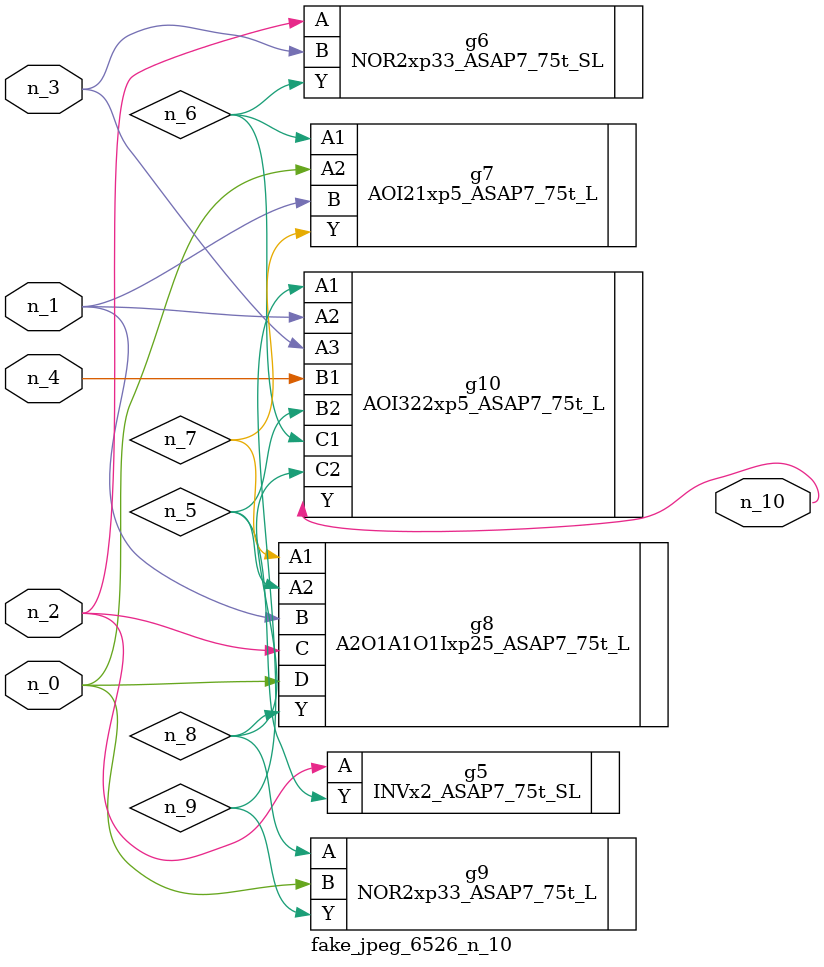
<source format=v>
module fake_jpeg_6526_n_10 (n_3, n_2, n_1, n_0, n_4, n_10);

input n_3;
input n_2;
input n_1;
input n_0;
input n_4;

output n_10;

wire n_8;
wire n_9;
wire n_6;
wire n_5;
wire n_7;

INVx2_ASAP7_75t_SL g5 ( 
.A(n_2),
.Y(n_5)
);

NOR2xp33_ASAP7_75t_SL g6 ( 
.A(n_2),
.B(n_3),
.Y(n_6)
);

AOI21xp5_ASAP7_75t_L g7 ( 
.A1(n_6),
.A2(n_0),
.B(n_1),
.Y(n_7)
);

A2O1A1O1Ixp25_ASAP7_75t_L g8 ( 
.A1(n_7),
.A2(n_5),
.B(n_1),
.C(n_2),
.D(n_0),
.Y(n_8)
);

NOR2xp33_ASAP7_75t_L g9 ( 
.A(n_8),
.B(n_0),
.Y(n_9)
);

AOI322xp5_ASAP7_75t_L g10 ( 
.A1(n_9),
.A2(n_1),
.A3(n_3),
.B1(n_4),
.B2(n_5),
.C1(n_6),
.C2(n_8),
.Y(n_10)
);


endmodule
</source>
